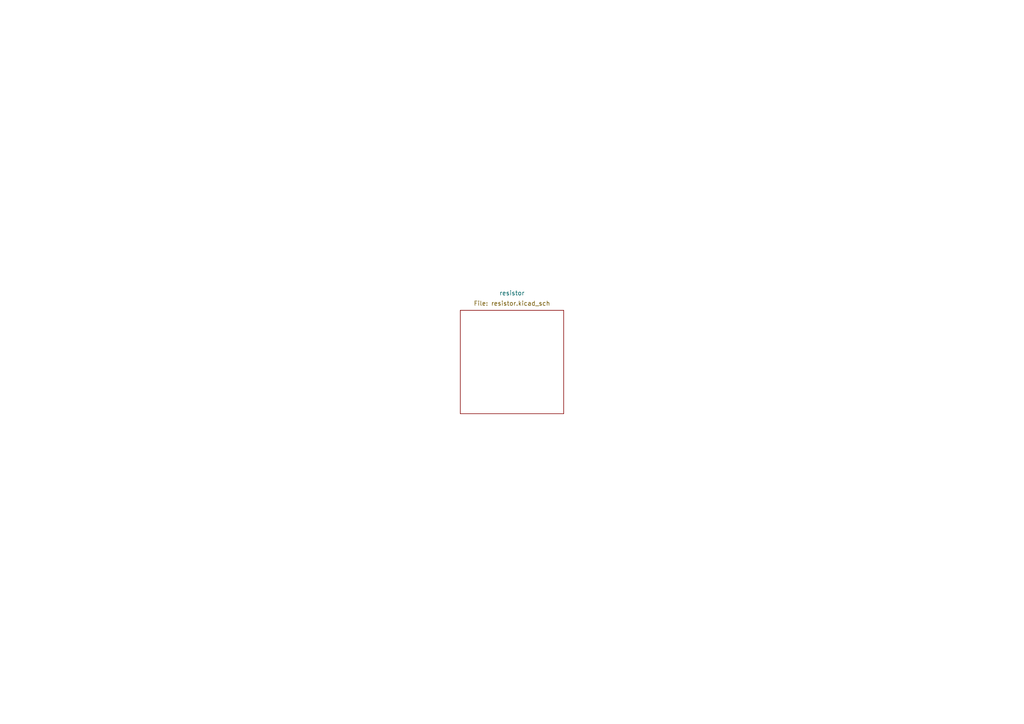
<source format=kicad_sch>
(kicad_sch (version 20231120) (generator eeschema)

  (uuid ff77c7e9-6b5b-4f2b-81ea-0c55f2f4cbfb)

  (paper "A4")
  (lib_symbols)

  (sheet (at 133.5 90.0) (size 30 30)
    (stroke (width 0.0))
    (fill (color 0 0 0 0))
    (property "Sheet name" "resistor" (at 148.5 85.0 0))
    (property "Sheet file" "resistor.kicad_sch" (at 148.5 88.0 0))
  )
)

</source>
